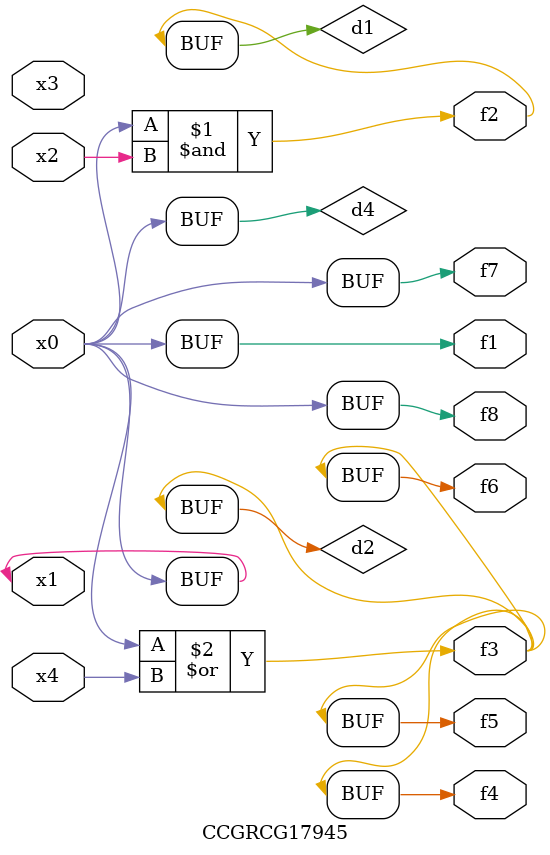
<source format=v>
module CCGRCG17945(
	input x0, x1, x2, x3, x4,
	output f1, f2, f3, f4, f5, f6, f7, f8
);

	wire d1, d2, d3, d4;

	and (d1, x0, x2);
	or (d2, x0, x4);
	nand (d3, x0, x2);
	buf (d4, x0, x1);
	assign f1 = d4;
	assign f2 = d1;
	assign f3 = d2;
	assign f4 = d2;
	assign f5 = d2;
	assign f6 = d2;
	assign f7 = d4;
	assign f8 = d4;
endmodule

</source>
